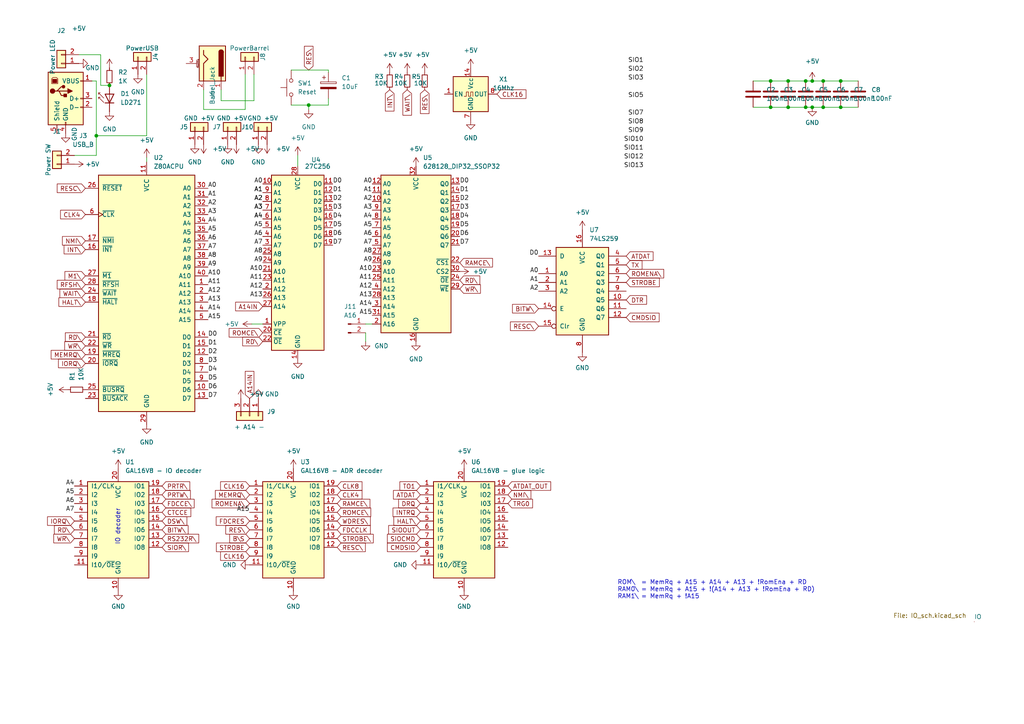
<source format=kicad_sch>
(kicad_sch (version 20231120) (generator "eeschema") (generator_version "8.0")
  (paper "A4")
  (lib_symbols
    (symbol "74xx:74LS259" (pin_names (offset 1.016))
      (property "Reference" "U" (at -7.62 13.97 0))
      (property "Value" "74LS259" (at -7.62 -13.97 0))
      (symbol "74LS259_1_0"
        (pin input line (at -12.7 5.08 0) (length 5.08) (name "A0") (number "1"))
        (pin output line (at 12.7 -2.54 180) (length 5.08) (name "Q5") (number "10"))
        (pin output line (at 12.7 -5.08 180) (length 5.08) (name "Q6") (number "11"))
        (pin output line (at 12.7 -7.62 180) (length 5.08) (name "Q7") (number "12"))
        (pin input line (at -12.7 10.16 0) (length 5.08) (name "D") (number "13"))
        (pin input inverted (at -12.7 -5.08 0) (length 5.08) (name "E") (number "14"))
        (pin input inverted (at -12.7 -10.16 0) (length 5.08) (name "Clr") (number "15"))
        (pin power_in line (at 0 17.78 270) (length 5.08) (name "VCC") (number "16"))
        (pin input line (at -12.7 2.54 0) (length 5.08) (name "A1") (number "2"))
        (pin input line (at -12.7 0 0) (length 5.08) (name "A2") (number "3"))
        (pin output line (at 12.7 10.16 180) (length 5.08) (name "Q0") (number "4"))
        (pin output line (at 12.7 7.62 180) (length 5.08) (name "Q1") (number "5"))
        (pin output line (at 12.7 5.08 180) (length 5.08) (name "Q2") (number "6"))
        (pin output line (at 12.7 2.54 180) (length 5.08) (name "Q3") (number "7"))
        (pin power_in line (at 0 -17.78 90) (length 5.08) (name "GND") (number "8"))
        (pin output line (at 12.7 0 180) (length 5.08) (name "Q4") (number "9"))
      )
      (symbol "74LS259_1_1"
        (rectangle (start -7.62 12.7) (end 7.62 -12.7) (stroke (width 0.254)) (fill (type background)))
      )
    )
    (symbol "AtariXL:Conn_01x02_Male" (pin_names (offset 1.016) hide)
      (property "Reference" "J" (at 0 2.54 0))
      (property "Value" "Conn_01x02_Male" (at 0 -5.08 0))
      (symbol "Conn_01x02_Male_1_1"
        (polyline (pts (xy 1.27 -2.54) (xy 0.8636 -2.54)) (stroke (width 0.1524)))
        (polyline (pts (xy 1.27 0) (xy 0.8636 0)) (stroke (width 0.1524)))
        (rectangle (start 0.8636 -2.413) (end 0 -2.667) (stroke (width 0.1524)) (fill (type outline)))
        (rectangle (start 0.8636 0.127) (end 0 -0.127) (stroke (width 0.1524)) (fill (type outline)))
        (pin passive line (at 5.08 0 180) (length 3.81) (name "Pin_1") (number "1"))
        (pin passive line (at 5.08 -2.54 180) (length 3.81) (name "Pin_2") (number "2"))
      )
    )
    (symbol "CPU:Z80CPU" (pin_names (offset 1.016))
      (property "Reference" "U" (at -13.97 35.56 0))
      (property "Value" "Z80CPU" (at 6.35 35.56 0))
      (symbol "Z80CPU_0_1"
        (rectangle (start -13.97 34.29) (end 13.97 -34.29) (stroke (width 0.254)) (fill (type background)))
      )
      (symbol "Z80CPU_1_1"
        (pin output line (at 17.78 2.54 180) (length 3.81) (name "A11") (number "1"))
        (pin bidirectional line (at 17.78 -27.94 180) (length 3.81) (name "D6") (number "10"))
        (pin power_in line (at 0 38.1 270) (length 3.81) (name "VCC") (number "11"))
        (pin bidirectional line (at 17.78 -17.78 180) (length 3.81) (name "D2") (number "12"))
        (pin bidirectional line (at 17.78 -30.48 180) (length 3.81) (name "D7") (number "13"))
        (pin bidirectional line (at 17.78 -12.7 180) (length 3.81) (name "D0") (number "14"))
        (pin bidirectional line (at 17.78 -15.24 180) (length 3.81) (name "D1") (number "15"))
        (pin input line (at -17.78 12.7 0) (length 3.81) (name "~{INT}") (number "16"))
        (pin input line (at -17.78 15.24 0) (length 3.81) (name "~{NMI}") (number "17"))
        (pin output line (at -17.78 -2.54 0) (length 3.81) (name "~{HALT}") (number "18"))
        (pin output line (at -17.78 -17.78 0) (length 3.81) (name "~{MREQ}") (number "19"))
        (pin output line (at 17.78 0 180) (length 3.81) (name "A12") (number "2"))
        (pin output line (at -17.78 -20.32 0) (length 3.81) (name "~{IORQ}") (number "20"))
        (pin output line (at -17.78 -12.7 0) (length 3.81) (name "~{RD}") (number "21"))
        (pin output line (at -17.78 -15.24 0) (length 3.81) (name "~{WR}") (number "22"))
        (pin output line (at -17.78 -30.48 0) (length 3.81) (name "~{BUSACK}") (number "23"))
        (pin input line (at -17.78 0 0) (length 3.81) (name "~{WAIT}") (number "24"))
        (pin input line (at -17.78 -27.94 0) (length 3.81) (name "~{BUSRQ}") (number "25"))
        (pin input line (at -17.78 30.48 0) (length 3.81) (name "~{RESET}") (number "26"))
        (pin output line (at -17.78 5.08 0) (length 3.81) (name "~{M1}") (number "27"))
        (pin output line (at -17.78 2.54 0) (length 3.81) (name "~{RFSH}") (number "28"))
        (pin power_in line (at 0 -38.1 90) (length 3.81) (name "GND") (number "29"))
        (pin output line (at 17.78 -2.54 180) (length 3.81) (name "A13") (number "3"))
        (pin output line (at 17.78 30.48 180) (length 3.81) (name "A0") (number "30"))
        (pin output line (at 17.78 27.94 180) (length 3.81) (name "A1") (number "31"))
        (pin output line (at 17.78 25.4 180) (length 3.81) (name "A2") (number "32"))
        (pin output line (at 17.78 22.86 180) (length 3.81) (name "A3") (number "33"))
        (pin output line (at 17.78 20.32 180) (length 3.81) (name "A4") (number "34"))
        (pin output line (at 17.78 17.78 180) (length 3.81) (name "A5") (number "35"))
        (pin output line (at 17.78 15.24 180) (length 3.81) (name "A6") (number "36"))
        (pin output line (at 17.78 12.7 180) (length 3.81) (name "A7") (number "37"))
        (pin output line (at 17.78 10.16 180) (length 3.81) (name "A8") (number "38"))
        (pin output line (at 17.78 7.62 180) (length 3.81) (name "A9") (number "39"))
        (pin output line (at 17.78 -5.08 180) (length 3.81) (name "A14") (number "4"))
        (pin output line (at 17.78 5.08 180) (length 3.81) (name "A10") (number "40"))
        (pin output line (at 17.78 -7.62 180) (length 3.81) (name "A15") (number "5"))
        (pin input clock (at -17.78 22.86 0) (length 3.81) (name "~{CLK}") (number "6"))
        (pin bidirectional line (at 17.78 -22.86 180) (length 3.81) (name "D4") (number "7"))
        (pin bidirectional line (at 17.78 -20.32 180) (length 3.81) (name "D3") (number "8"))
        (pin bidirectional line (at 17.78 -25.4 180) (length 3.81) (name "D5") (number "9"))
      )
    )
    (symbol "Connector:Barrel_Jack_MountingPin" (pin_names hide)
      (property "Reference" "J4" (at 8.89 0 0))
      (property "Value" "Barrel_Jack" (at 6.35 0 0))
      (symbol "Barrel_Jack_MountingPin_0_1"
        (rectangle (start -5.08 3.81) (end 5.08 -3.81) (stroke (width 0.254)) (fill (type background)))
        (arc (start -3.302 3.175) (mid -3.9342 2.54) (end -3.302 1.905) (stroke (width 0.254)))
        (arc (start -3.302 3.175) (mid -3.9342 2.54) (end -3.302 1.905) (stroke (width 0.254)) (fill (type outline)))
        (polyline (pts (xy 5.08 2.54) (xy 3.81 2.54)) (stroke (width 0.254)))
        (polyline (pts (xy -3.81 -2.54) (xy -2.54 -2.54) (xy -1.27 -1.27) (xy 0 -2.54) (xy 2.54 -2.54) (xy 5.08 -2.54)) (stroke (width 0.254)))
        (rectangle (start 3.683 3.175) (end -3.302 1.905) (stroke (width 0.254)) (fill (type outline)))
      )
      (symbol "Barrel_Jack_MountingPin_1_1"
        (polyline (pts (xy -1.016 -4.572) (xy 1.016 -4.572)) (stroke (width 0.1524)))
        (text "Mounting" (at 0 -4.191 0) (effects (font (size 0.381 0.381))))
        (pin passive line (at 7.62 2.54 180) (length 2.54) (name "~") (number "1"))
        (pin passive line (at 7.62 -2.54 180) (length 2.54) (name "~") (number "2"))
        (pin passive line (at 0 -7.62 90) (length 3.048) (name "MountPin") (number "3"))
      )
    )
    (symbol "Connector:USB_B" (pin_names (offset 1.016))
      (property "Reference" "J" (at -5.08 11.43 0))
      (property "Value" "USB_B" (at -5.08 8.89 0))
      (symbol "USB_B_0_1"
        (rectangle (start -5.08 -7.62) (end 5.08 7.62) (stroke (width 0.254)) (fill (type background)))
        (circle (center -3.81 2.159) (radius 0.635) (stroke (width 0.254)) (fill (type outline)))
        (rectangle (start -3.81 5.588) (end -2.54 4.572) (fill (type outline)))
        (circle (center -0.635 3.429) (radius 0.381) (stroke (width 0.254)) (fill (type outline)))
        (rectangle (start -0.127 -7.62) (end 0.127 -6.858))
        (polyline (pts (xy -1.905 2.159) (xy 0.635 2.159)) (stroke (width 0.254)))
        (polyline (pts (xy -3.175 2.159) (xy -2.54 2.159) (xy -1.27 3.429) (xy -0.635 3.429)) (stroke (width 0.254)))
        (polyline (pts (xy -2.54 2.159) (xy -1.905 2.159) (xy -1.27 0.889) (xy 0 0.889)) (stroke (width 0.254)))
        (polyline (pts (xy 0.635 2.794) (xy 0.635 1.524) (xy 1.905 2.159) (xy 0.635 2.794)) (stroke (width 0.254)) (fill (type outline)))
        (polyline (pts (xy -4.064 4.318) (xy -2.286 4.318) (xy -2.286 5.715) (xy -2.667 6.096) (xy -3.683 6.096) (xy -4.064 5.715) (xy -4.064 4.318)))
        (rectangle (start 0.254 1.27) (end -0.508 0.508) (stroke (width 0.254)) (fill (type outline)))
        (rectangle (start 5.08 -2.667) (end 4.318 -2.413))
        (rectangle (start 5.08 -0.127) (end 4.318 0.127))
        (rectangle (start 5.08 4.953) (end 4.318 5.207))
      )
      (symbol "USB_B_1_1"
        (pin power_out line (at 7.62 5.08 180) (length 2.54) (name "VBUS") (number "1"))
        (pin bidirectional line (at 7.62 -2.54 180) (length 2.54) (name "D-") (number "2"))
        (pin bidirectional line (at 7.62 0 180) (length 2.54) (name "D+") (number "3"))
        (pin power_out line (at 0 -10.16 90) (length 2.54) (name "GND") (number "4"))
        (pin passive line (at -2.54 -10.16 90) (length 2.54) (name "Shield") (number "5"))
      )
    )
    (symbol "Connector_Generic:Conn_01x02" (pin_names (offset 1.016) hide)
      (property "Reference" "J" (at 0 2.54 0))
      (property "Value" "Conn_01x02" (at 0 -5.08 0))
      (symbol "Conn_01x02_1_1"
        (rectangle (start -1.27 -2.413) (end 0 -2.667) (stroke (width 0.1524)))
        (rectangle (start -1.27 0.127) (end 0 -0.127) (stroke (width 0.1524)))
        (rectangle (start -1.27 1.27) (end 1.27 -3.81) (stroke (width 0.254)) (fill (type background)))
        (pin passive line (at -5.08 0 0) (length 3.81) (name "Pin_1") (number "1"))
        (pin passive line (at -5.08 -2.54 0) (length 3.81) (name "Pin_2") (number "2"))
      )
    )
    (symbol "Connector_Generic:Conn_01x03" (pin_names (offset 1.016) hide)
      (property "Reference" "J" (at 0 5.08 0))
      (property "Value" "Conn_01x03" (at 0 -5.08 0))
      (symbol "Conn_01x03_1_1"
        (rectangle (start -1.27 -2.413) (end 0 -2.667) (stroke (width 0.1524)))
        (rectangle (start -1.27 0.127) (end 0 -0.127) (stroke (width 0.1524)))
        (rectangle (start -1.27 2.667) (end 0 2.413) (stroke (width 0.1524)))
        (rectangle (start -1.27 3.81) (end 1.27 -3.81) (stroke (width 0.254)) (fill (type background)))
        (pin passive line (at -5.08 2.54 0) (length 3.81) (name "Pin_1") (number "1"))
        (pin passive line (at -5.08 0 0) (length 3.81) (name "Pin_2") (number "2"))
        (pin passive line (at -5.08 -2.54 0) (length 3.81) (name "Pin_3") (number "3"))
      )
    )
    (symbol "Device:C" (pin_numbers hide) (pin_names (offset 0.254))
      (property "Reference" "C" (at 0.635 2.54 0))
      (property "Value" "C" (at 0.635 -2.54 0))
      (symbol "C_0_1"
        (polyline (pts (xy -2.032 -0.762) (xy 2.032 -0.762)) (stroke (width 0.508)))
        (polyline (pts (xy -2.032 0.762) (xy 2.032 0.762)) (stroke (width 0.508)))
      )
      (symbol "C_1_1"
        (pin passive line (at 0 3.81 270) (length 2.794) (name "~") (number "1"))
        (pin passive line (at 0 -3.81 90) (length 2.794) (name "~") (number "2"))
      )
    )
    (symbol "Device:C_Polarized" (pin_numbers hide) (pin_names (offset 0.254))
      (property "Reference" "C" (at 0.635 2.54 0))
      (property "Value" "C_Polarized" (at 0.635 -2.54 0))
      (symbol "C_Polarized_0_1"
        (rectangle (start -2.286 0.508) (end 2.286 1.016))
        (polyline (pts (xy -1.778 2.286) (xy -0.762 2.286)))
        (polyline (pts (xy -1.27 2.794) (xy -1.27 1.778)))
        (rectangle (start 2.286 -0.508) (end -2.286 -1.016) (fill (type outline)))
      )
      (symbol "C_Polarized_1_1"
        (pin passive line (at 0 3.81 270) (length 2.794) (name "~") (number "1"))
        (pin passive line (at 0 -3.81 90) (length 2.794) (name "~") (number "2"))
      )
    )
    (symbol "Device:R_Small" (pin_numbers hide) (pin_names (offset 0.254) hide)
      (property "Reference" "R" (at 0.762 0.508 0))
      (property "Value" "R_Small" (at 0.762 -1.016 0))
      (symbol "R_Small_0_1"
        (rectangle (start -0.762 1.778) (end 0.762 -1.778) (stroke (width 0.2032)))
      )
      (symbol "R_Small_1_1"
        (pin passive line (at 0 2.54 270) (length 0.762) (name "~") (number "1"))
        (pin passive line (at 0 -2.54 90) (length 0.762) (name "~") (number "2"))
      )
    )
    (symbol "LED:LD271" (pin_numbers hide) (pin_names (offset 1.016) hide)
      (property "Reference" "D" (at 0.508 1.778 0))
      (property "Value" "LD271" (at -1.016 -2.794 0))
      (symbol "LD271_0_1"
        (polyline (pts (xy -2.54 1.27) (xy -2.54 -1.27)) (stroke (width 0.254)))
        (polyline (pts (xy 0 0) (xy -2.54 0)))
        (polyline (pts (xy 0.381 3.175) (xy -0.127 3.175)))
        (polyline (pts (xy -1.143 1.651) (xy 0.381 3.175) (xy 0.381 2.667)))
        (polyline (pts (xy 0 -1.27) (xy -2.54 0) (xy 0 1.27) (xy 0 -1.27)) (stroke (width 0.254)))
        (polyline (pts (xy -2.413 1.651) (xy -0.889 3.175) (xy -0.889 2.667) (xy -0.889 3.175) (xy -1.397 3.175)))
      )
      (symbol "LD271_1_1"
        (pin passive line (at -5.08 0 0) (length 2.54) (name "K") (number "1"))
        (pin passive line (at 2.54 0 180) (length 2.54) (name "A") (number "2"))
      )
    )
    (symbol "Logic_Programmable:GAL16V8" (pin_names (offset 1.016))
      (property "Reference" "U" (at -8.89 16.51 0))
      (property "Value" "GAL16V8" (at 1.27 16.51 0))
      (symbol "GAL16V8_0_0"
        (pin power_in line (at 0 -17.78 90) (length 3.81) (name "GND") (number "10"))
        (pin power_in line (at 0 17.78 270) (length 3.81) (name "VCC") (number "20"))
      )
      (symbol "GAL16V8_0_1"
        (rectangle (start -8.89 13.97) (end 8.89 -13.97) (stroke (width 0.254)) (fill (type background)))
      )
      (symbol "GAL16V8_1_1"
        (pin input line (at -12.7 12.7 0) (length 3.81) (name "I1/CLK") (number "1"))
        (pin input line (at -12.7 -10.16 0) (length 3.81) (name "I10/~{OE}") (number "11"))
        (pin tri_state line (at 12.7 -5.08 180) (length 3.81) (name "IO8") (number "12"))
        (pin tri_state line (at 12.7 -2.54 180) (length 3.81) (name "IO7") (number "13"))
        (pin tri_state line (at 12.7 0 180) (length 3.81) (name "IO6") (number "14"))
        (pin tri_state line (at 12.7 2.54 180) (length 3.81) (name "IO5") (number "15"))
        (pin tri_state line (at 12.7 5.08 180) (length 3.81) (name "IO4") (number "16"))
        (pin tri_state line (at 12.7 7.62 180) (length 3.81) (name "I03") (number "17"))
        (pin tri_state line (at 12.7 10.16 180) (length 3.81) (name "IO2") (number "18"))
        (pin tri_state line (at 12.7 12.7 180) (length 3.81) (name "IO1") (number "19"))
        (pin input line (at -12.7 10.16 0) (length 3.81) (name "I2") (number "2"))
        (pin input line (at -12.7 7.62 0) (length 3.81) (name "I3") (number "3"))
        (pin input line (at -12.7 5.08 0) (length 3.81) (name "I4") (number "4"))
        (pin input line (at -12.7 2.54 0) (length 3.81) (name "I5") (number "5"))
        (pin input line (at -12.7 0 0) (length 3.81) (name "I6") (number "6"))
        (pin input line (at -12.7 -2.54 0) (length 3.81) (name "I7") (number "7"))
        (pin input line (at -12.7 -5.08 0) (length 3.81) (name "I8") (number "8"))
        (pin input line (at -12.7 -7.62 0) (length 3.81) (name "I9") (number "9"))
      )
    )
    (symbol "Memory_EPROM:27C256"
      (property "Reference" "U" (at -7.62 26.67 0))
      (property "Value" "27C256" (at 2.54 -26.67 0))
      (symbol "27C256_1_1"
        (rectangle (start -7.62 25.4) (end 7.62 -25.4) (stroke (width 0.254)) (fill (type background)))
        (pin input line (at -10.16 -17.78 0) (length 2.54) (name "VPP") (number "1"))
        (pin input line (at -10.16 22.86 0) (length 2.54) (name "A0") (number "10"))
        (pin tri_state line (at 10.16 22.86 180) (length 2.54) (name "D0") (number "11"))
        (pin tri_state line (at 10.16 20.32 180) (length 2.54) (name "D1") (number "12"))
        (pin tri_state line (at 10.16 17.78 180) (length 2.54) (name "D2") (number "13"))
        (pin power_in line (at 0 -27.94 90) (length 2.54) (name "GND") (number "14"))
        (pin tri_state line (at 10.16 15.24 180) (length 2.54) (name "D3") (number "15"))
        (pin tri_state line (at 10.16 12.7 180) (length 2.54) (name "D4") (number "16"))
        (pin tri_state line (at 10.16 10.16 180) (length 2.54) (name "D5") (number "17"))
        (pin tri_state line (at 10.16 7.62 180) (length 2.54) (name "D6") (number "18"))
        (pin tri_state line (at 10.16 5.08 180) (length 2.54) (name "D7") (number "19"))
        (pin input line (at -10.16 -7.62 0) (length 2.54) (name "A12") (number "2"))
        (pin input line (at -10.16 -20.32 0) (length 2.54) (name "~{CE}") (number "20"))
        (pin input line (at -10.16 -2.54 0) (length 2.54) (name "A10") (number "21"))
        (pin input line (at -10.16 -22.86 0) (length 2.54) (name "~{OE}") (number "22"))
        (pin input line (at -10.16 -5.08 0) (length 2.54) (name "A11") (number "23"))
        (pin input line (at -10.16 0 0) (length 2.54) (name "A9") (number "24"))
        (pin input line (at -10.16 2.54 0) (length 2.54) (name "A8") (number "25"))
        (pin input line (at -10.16 -10.16 0) (length 2.54) (name "A13") (number "26"))
        (pin input line (at -10.16 -12.7 0) (length 2.54) (name "A14") (number "27"))
        (pin power_in line (at 0 27.94 270) (length 2.54) (name "VCC") (number "28"))
        (pin input line (at -10.16 5.08 0) (length 2.54) (name "A7") (number "3"))
        (pin input line (at -10.16 7.62 0) (length 2.54) (name "A6") (number "4"))
        (pin input line (at -10.16 10.16 0) (length 2.54) (name "A5") (number "5"))
        (pin input line (at -10.16 12.7 0) (length 2.54) (name "A4") (number "6"))
        (pin input line (at -10.16 15.24 0) (length 2.54) (name "A3") (number "7"))
        (pin input line (at -10.16 17.78 0) (length 2.54) (name "A2") (number "8"))
        (pin input line (at -10.16 20.32 0) (length 2.54) (name "A1") (number "9"))
      )
    )
    (symbol "Memory_RAM:628128_DIP32_SSOP32"
      (property "Reference" "U" (at -10.16 23.495 0))
      (property "Value" "628128_DIP32_SSOP32" (at 2.54 23.495 0))
      (symbol "628128_DIP32_SSOP32_0_0"
        (pin power_in line (at 0 -25.4 90) (length 2.54) (name "GND") (number "16"))
        (pin power_in line (at 0 25.4 270) (length 2.54) (name "VCC") (number "32"))
      )
      (symbol "628128_DIP32_SSOP32_0_1"
        (rectangle (start -10.16 22.86) (end 10.16 -22.86) (stroke (width 0.254)) (fill (type background)))
      )
      (symbol "628128_DIP32_SSOP32_1_1"
        (pin no_connect line (at 10.16 -20.32 180) (length 2.54) hide (name "NC") (number "1"))
        (pin input line (at -12.7 15.24 0) (length 2.54) (name "A2") (number "10"))
        (pin input line (at -12.7 17.78 0) (length 2.54) (name "A1") (number "11"))
        (pin input line (at -12.7 20.32 0) (length 2.54) (name "A0") (number "12"))
        (pin tri_state line (at 12.7 20.32 180) (length 2.54) (name "Q0") (number "13"))
        (pin tri_state line (at 12.7 17.78 180) (length 2.54) (name "Q1") (number "14"))
        (pin tri_state line (at 12.7 15.24 180) (length 2.54) (name "Q2") (number "15"))
        (pin tri_state line (at 12.7 12.7 180) (length 2.54) (name "Q3") (number "17"))
        (pin tri_state line (at 12.7 10.16 180) (length 2.54) (name "Q4") (number "18"))
        (pin tri_state line (at 12.7 7.62 180) (length 2.54) (name "Q5") (number "19"))
        (pin input line (at -12.7 -20.32 0) (length 2.54) (name "A16") (number "2"))
        (pin tri_state line (at 12.7 5.08 180) (length 2.54) (name "Q6") (number "20"))
        (pin tri_state line (at 12.7 2.54 180) (length 2.54) (name "Q7") (number "21"))
        (pin input line (at 12.7 -2.54 180) (length 2.54) (name "~{CS1}") (number "22"))
        (pin input line (at -12.7 -5.08 0) (length 2.54) (name "A10") (number "23"))
        (pin input line (at 12.7 -7.62 180) (length 2.54) (name "~{OE}") (number "24"))
        (pin input line (at -12.7 -7.62 0) (length 2.54) (name "A11") (number "25"))
        (pin input line (at -12.7 -2.54 0) (length 2.54) (name "A9") (number "26"))
        (pin input line (at -12.7 0 0) (length 2.54) (name "A8") (number "27"))
        (pin input line (at -12.7 -12.7 0) (length 2.54) (name "A13") (number "28"))
        (pin input line (at 12.7 -10.16 180) (length 2.54) (name "~{WE}") (number "29"))
        (pin input line (at -12.7 -15.24 0) (length 2.54) (name "A14") (number "3"))
        (pin input line (at 12.7 -5.08 180) (length 2.54) (name "CS2") (number "30"))
        (pin input line (at -12.7 -17.78 0) (length 2.54) (name "A15") (number "31"))
        (pin input line (at -12.7 -10.16 0) (length 2.54) (name "A12") (number "4"))
        (pin input line (at -12.7 2.54 0) (length 2.54) (name "A7") (number "5"))
        (pin input line (at -12.7 5.08 0) (length 2.54) (name "A6") (number "6"))
        (pin input line (at -12.7 7.62 0) (length 2.54) (name "A5") (number "7"))
        (pin input line (at -12.7 10.16 0) (length 2.54) (name "A4") (number "8"))
        (pin input line (at -12.7 12.7 0) (length 2.54) (name "A3") (number "9"))
      )
    )
    (symbol "Oscillator:GTXO-14T" (pin_names (offset 0.254))
      (property "Reference" "X" (at -5.08 6.35 0))
      (property "Value" "GTXO-14T" (at 1.27 -6.35 0))
      (symbol "GTXO-14T_0_1"
        (rectangle (start -5.08 5.08) (end 5.08 -5.08) (stroke (width 0.254)) (fill (type background)))
        (polyline (pts (xy -1.905 -0.635) (xy -1.27 -0.635) (xy -1.27 0.635) (xy -0.635 0.635) (xy -0.635 -0.635) (xy 0 -0.635) (xy 0 0.635) (xy 0.635 0.635) (xy 0.635 -0.635)))
      )
      (symbol "GTXO-14T_1_1"
        (pin input line (at -7.62 0 0) (length 2.54) (name "EN") (number "1"))
        (pin power_in line (at 0 7.62 270) (length 2.54) (name "Vcc") (number "14"))
        (pin power_in line (at 0 -7.62 90) (length 2.54) (name "GND") (number "7"))
        (pin output line (at 7.62 0 180) (length 2.54) (name "OUT") (number "8"))
      )
    )
    (symbol "Switch:SW_Push" (pin_numbers hide) (pin_names (offset 1.016) hide)
      (property "Reference" "SW" (at 1.27 2.54 0))
      (property "Value" "SW_Push" (at 0 -1.524 0))
      (symbol "SW_Push_0_1"
        (circle (center -2.032 0) (radius 0.508))
        (polyline (pts (xy 0 1.27) (xy 0 3.048)))
        (polyline (pts (xy 2.54 1.27) (xy -2.54 1.27)))
        (circle (center 2.032 0) (radius 0.508))
        (pin passive line (at -5.08 0 0) (length 2.54) (name "1") (number "1"))
        (pin passive line (at 5.08 0 180) (length 2.54) (name "2") (number "2"))
      )
    )
    (symbol "power:+5V" (power) (pin_names (offset 0))
      (property "Value" "+5V" (at 0 3.556 0))
      (symbol "+5V_0_1"
        (polyline (pts (xy -0.762 1.27) (xy 0 2.54)))
        (polyline (pts (xy 0 0) (xy 0 2.54)))
        (polyline (pts (xy 0 2.54) (xy 0.762 1.27)))
      )
      (symbol "+5V_1_1"
        (pin power_in line (at 0 0 90) (length 0) hide (name "+5V") (number "1"))
      )
    )
    (symbol "power:GND" (power) (pin_names (offset 0))
      (property "Value" "GND" (at 0 -3.81 0))
      (symbol "GND_0_1"
        (polyline (pts (xy 0 0) (xy 0 -1.27) (xy 1.27 -1.27) (xy 0 -2.54) (xy -1.27 -1.27) (xy 0 -1.27)))
      )
      (symbol "GND_1_1"
        (pin power_in line (at 0 0 270) (length 0) hide (name "GND") (number "1"))
      )
    )
  )
  (junction (at 235.585 31.115))
  (junction (at 223.52 23.495))
  (junction (at 243.84 23.495))
  (junction (at 223.52 31.115))
  (junction (at 238.76 31.115))
  (junction (at 238.76 23.495))
  (junction (at 233.68 31.115))
  (junction (at 228.6 23.495))
  (junction (at 27.94 39.37))
  (junction (at 243.84 31.115))
  (junction (at 89.535 30.48))
  (junction (at 228.6 31.115))
  (junction (at 233.68 23.495))
  (junction (at 235.585 23.495))
  (junction (at 31.75 24.765))
  (wire (pts (xy 95.25 20.32) (xy 95.25 20.955)))
  (wire (pts (xy 243.84 31.115) (xy 248.92 31.115)))
  (wire (pts (xy 223.52 31.115) (xy 228.6 31.115)))
  (wire (pts (xy 238.76 31.115) (xy 243.84 31.115)))
  (wire (pts (xy 42.545 21.59) (xy 42.545 39.37)))
  (wire (pts (xy 243.84 23.495) (xy 248.92 23.495)))
  (wire (pts (xy 228.6 31.115) (xy 233.68 31.115)))
  (wire (pts (xy 26.67 23.495) (xy 27.94 23.495)))
  (wire (pts (xy 235.585 23.495) (xy 238.76 23.495)))
  (wire (pts (xy 86.36 45.085) (xy 86.36 48.26)))
  (wire (pts (xy 73.025 93.98) (xy 76.2 93.98)))
  (wire (pts (xy 223.52 23.495) (xy 228.6 23.495)))
  (wire (pts (xy 21.59 45.085) (xy 27.94 45.085)))
  (wire (pts (xy 89.535 30.48) (xy 89.535 31.75)))
  (wire (pts (xy 73.66 29.21) (xy 73.66 21.59)))
  (wire (pts (xy 29.21 24.765) (xy 31.75 24.765)))
  (wire (pts (xy 29.21 15.875) (xy 29.21 24.765)))
  (wire (pts (xy 228.6 23.495) (xy 233.68 23.495)))
  (wire (pts (xy 59.055 26.035) (xy 59.055 31.75)))
  (wire (pts (xy 27.94 23.495) (xy 27.94 39.37)))
  (wire (pts (xy 84.455 30.48) (xy 89.535 30.48)))
  (wire (pts (xy 235.585 31.115) (xy 238.76 31.115)))
  (wire (pts (xy 233.68 31.115) (xy 235.585 31.115)))
  (wire (pts (xy 27.94 39.37) (xy 27.94 45.085)))
  (wire (pts (xy 84.455 20.32) (xy 95.25 20.32)))
  (wire (pts (xy 71.12 31.75) (xy 71.12 21.59)))
  (wire (pts (xy 89.535 30.48) (xy 95.25 30.48)))
  (wire (pts (xy 64.135 26.035) (xy 64.135 29.21)))
  (wire (pts (xy 95.25 28.575) (xy 95.25 30.48)))
  (wire (pts (xy 233.68 23.495) (xy 235.585 23.495)))
  (wire (pts (xy 64.135 29.21) (xy 73.66 29.21)))
  (wire (pts (xy 106.045 96.52) (xy 106.045 99.06)))
  (wire (pts (xy 238.76 23.495) (xy 243.84 23.495)))
  (wire (pts (xy 27.94 39.37) (xy 42.545 39.37)))
  (wire (pts (xy 29.21 15.875) (xy 22.86 15.875)))
  (wire (pts (xy 106.045 93.98) (xy 107.95 93.98)))
  (wire (pts (xy 218.44 23.495) (xy 223.52 23.495)))
  (wire (pts (xy 218.44 31.115) (xy 223.52 31.115)))
  (wire (pts (xy 42.545 45.72) (xy 42.545 46.99)))
  (wire (pts (xy 59.055 31.75) (xy 71.12 31.75)))
  (text "ROM\\  = MemRq + A15 + A14 + A13 + !RomEna + RD\nRAM0\\ = MemRq + A15 + !(A14 + A13 + !RomEna + RD)\nRAM1\\ = MemRq + !A15\n\n" (at 179.07 175.895 0) (effects (font (size 1.27 1.27)) (justify left bottom)))
  (text "IO decoder" (at 34.925 158.115 90) (effects (font (size 1.27 1.27)) (justify left bottom)))
  (label "D2" (at 60.325 102.87 0))
  (label "D7" (at 60.325 115.57 0))
  (label "D3" (at 96.52 60.96 0))
  (label "A4" (at 60.325 64.77 0))
  (label "A5" (at 60.325 67.31 0))
  (label "D4" (at 60.325 107.95 0))
  (label "A10" (at 60.325 80.01 0))
  (label "A13" (at 60.325 87.63 0))
  (label "A15" (at 107.95 91.44 180))
  (label "D1" (at 133.35 55.88 0))
  (label "A0" (at 76.2 53.34 180))
  (label "D5" (at 96.52 66.04 0))
  (label "A7" (at 21.59 148.59 180))
  (label "A7" (at 76.2 71.12 180))
  (label "A8" (at 107.95 73.66 180))
  (label "A8" (at 76.2 73.66 180))
  (label "D2" (at 133.35 58.42 0))
  (label "D3" (at 133.35 60.96 0))
  (label "A8" (at 60.325 74.93 0))
  (label "SIO9" (at 186.69 38.735 180))
  (label "A1" (at 76.2 55.88 180))
  (label "A2" (at 76.2 58.42 180))
  (label "A12" (at 107.95 83.82 180))
  (label "D0" (at 156.21 74.295 180))
  (label "A1" (at 76.2 55.88 180))
  (label "A6" (at 107.95 68.58 180))
  (label "A0" (at 60.325 54.61 0))
  (label "D7" (at 96.52 71.12 0))
  (label "A4" (at 76.2 63.5 180))
  (label "D7" (at 133.35 71.12 0))
  (label "D6" (at 133.35 68.58 0))
  (label "A6" (at 60.325 69.85 0))
  (label "A1" (at 107.95 55.88 180))
  (label "A11" (at 107.95 81.28 180))
  (label "A2" (at 76.2 58.42 180))
  (label "A15" (at 72.39 148.59 180))
  (label "SIO10" (at 186.69 41.275 180))
  (label "A13" (at 76.2 86.36 180))
  (label "SIO2" (at 186.69 20.955 180))
  (label "D0" (at 60.325 97.79 0))
  (label "A7" (at 107.95 71.12 180))
  (label "A15" (at 60.325 92.71 0))
  (label "D1" (at 96.52 55.88 0))
  (label "A10" (at 107.95 78.74 180))
  (label "D6" (at 60.325 113.03 0))
  (label "SIO8" (at 186.69 36.195 180))
  (label "A4" (at 76.2 63.5 180))
  (label "A1" (at 156.21 81.915 180))
  (label "SIO12" (at 186.69 46.355 180))
  (label "D3" (at 60.325 105.41 0))
  (label "A0" (at 107.95 53.34 180))
  (label "A2" (at 156.21 84.455 180))
  (label "A0" (at 156.21 79.375 180))
  (label "D4" (at 133.35 63.5 0))
  (label "A4" (at 21.59 140.97 180))
  (label "A6" (at 76.2 68.58 180))
  (label "A10" (at 76.2 78.74 180))
  (label "A3" (at 76.2 60.96 180))
  (label "SIO13" (at 186.69 48.895 180))
  (label "A9" (at 76.2 76.2 180))
  (label "A5" (at 76.2 66.04 180))
  (label "A3" (at 76.2 60.96 180))
  (label "A9" (at 60.325 77.47 0))
  (label "A9" (at 107.95 76.2 180))
  (label "D5" (at 133.35 66.04 0))
  (label "A1" (at 60.325 57.15 0))
  (label "D0" (at 96.52 53.34 0))
  (label "A3" (at 107.95 60.96 180))
  (label "SIO5" (at 186.69 28.575 180))
  (label "SIO11" (at 186.69 43.815 180))
  (label "SIO3" (at 186.69 23.495 180))
  (label "A5" (at 107.95 66.04 180))
  (label "A4" (at 107.95 63.5 180))
  (label "SIO1" (at 186.69 18.415 180))
  (label "D5" (at 60.325 110.49 0))
  (label "SIO7" (at 186.69 33.655 180))
  (label "A3" (at 60.325 62.23 0))
  (label "A12" (at 60.325 85.09 0))
  (label "A12" (at 76.2 83.82 180))
  (label "D4" (at 96.52 63.5 0))
  (label "A6" (at 21.59 146.05 180))
  (label "A14" (at 60.325 90.17 0))
  (label "A13" (at 107.95 86.36 180))
  (label "D1" (at 60.325 100.33 0))
  (label "A11" (at 76.2 81.28 180))
  (label "A14" (at 107.95 88.9 180))
  (label "D2" (at 96.52 58.42 0))
  (label "A2" (at 60.325 59.69 0))
  (label "A7" (at 60.325 72.39 0))
  (label "A2" (at 107.95 58.42 180))
  (label "A5" (at 21.59 143.51 180))
  (label "D0" (at 133.35 53.34 0))
  (label "D6" (at 96.52 68.58 0))
  (label "A11" (at 60.325 82.55 0))
  (global_label "RD\\" (shape input) (at 24.765 97.79 180) (property "Intersheetrefs" "${INTERSHEET_REFS}" (effects (hide yes))))
  (global_label "BITW\\" (shape input) (at 46.99 153.67 0) (property "Intersheetrefs" "${INTERSHEET_REFS}" (effects (hide yes))))
  (global_label "CLK8" (shape input) (at 97.79 140.97 0) (property "Intersheetrefs" "${INTERSHEET_REFS}" (effects (hide yes))))
  (global_label "DTR" (shape input) (at 181.61 86.995 0) (property "Intersheetrefs" "${INTERSHEET_REFS}" (effects (hide yes))))
  (global_label "TRG0" (shape input) (at 147.32 146.05 0) (property "Intersheetrefs" "${INTERSHEET_REFS}" (effects (hide yes))))
  (global_label "CTCCE" (shape input) (at 46.99 148.59 0) (property "Intersheetrefs" "${INTERSHEET_REFS}" (effects (hide yes))))
  (global_label "RESC\\" (shape input) (at 24.765 54.61 180) (property "Intersheetrefs" "${INTERSHEET_REFS}" (effects (hide yes))))
  (global_label "ROMENA\\" (shape input) (at 181.61 79.375 0) (property "Intersheetrefs" "${INTERSHEET_REFS}" (effects (hide yes))))
  (global_label "MEMRQ\\" (shape input) (at 24.765 102.87 180) (property "Intersheetrefs" "${INTERSHEET_REFS}" (effects (hide yes))))
  (global_label "A14IN" (shape input) (at 72.39 115.57 90) (property "Intersheetrefs" "${INTERSHEET_REFS}" (effects (hide yes))))
  (global_label "FDCCLK" (shape input) (at 97.79 153.67 0) (property "Intersheetrefs" "${INTERSHEET_REFS}" (effects (hide yes))))
  (global_label "TX" (shape input) (at 181.61 76.835 0) (property "Intersheetrefs" "${INTERSHEET_REFS}" (effects (hide yes))))
  (global_label "RS232R\\" (shape input) (at 46.99 156.21 0) (property "Intersheetrefs" "${INTERSHEET_REFS}" (effects (hide yes))))
  (global_label "WR\\" (shape input) (at 133.35 83.82 0) (property "Intersheetrefs" "${INTERSHEET_REFS}" (effects (hide yes))))
  (global_label "FDCRES" (shape input) (at 72.39 151.13 180) (property "Intersheetrefs" "${INTERSHEET_REFS}" (effects (hide yes))))
  (global_label "INTRQ" (shape input) (at 121.92 148.59 180) (property "Intersheetrefs" "${INTERSHEET_REFS}" (effects (hide yes))))
  (global_label "NMI\\" (shape input) (at 24.765 69.85 180) (property "Intersheetrefs" "${INTERSHEET_REFS}" (effects (hide yes))))
  (global_label "CMDSIO" (shape input) (at 181.61 92.075 0) (property "Intersheetrefs" "${INTERSHEET_REFS}" (effects (hide yes))))
  (global_label "WR\\" (shape input) (at 24.765 100.33 180) (property "Intersheetrefs" "${INTERSHEET_REFS}" (effects (hide yes))))
  (global_label "RESC\\" (shape input) (at 156.21 94.615 180) (property "Intersheetrefs" "${INTERSHEET_REFS}" (effects (hide yes))))
  (global_label "CLK16" (shape input) (at 72.39 140.97 180) (property "Intersheetrefs" "${INTERSHEET_REFS}" (effects (hide yes))))
  (global_label "DSW\\" (shape input) (at 46.99 151.13 0) (property "Intersheetrefs" "${INTERSHEET_REFS}" (effects (hide yes))))
  (global_label "ATDAT" (shape input) (at 121.92 143.51 180) (property "Intersheetrefs" "${INTERSHEET_REFS}" (effects (hide yes))))
  (global_label "RES\\" (shape input) (at 89.535 20.32 90) (property "Intersheetrefs" "${INTERSHEET_REFS}" (effects (hide yes))))
  (global_label "CLK16" (shape input) (at 144.145 27.305 0) (property "Intersheetrefs" "${INTERSHEET_REFS}" (effects (hide yes))))
  (global_label "SIOR\\" (shape input) (at 46.99 158.75 0) (property "Intersheetrefs" "${INTERSHEET_REFS}" (effects (hide yes))))
  (global_label "WDRES\\" (shape input) (at 97.79 151.13 0) (property "Intersheetrefs" "${INTERSHEET_REFS}" (effects (hide yes))))
  (global_label "RES\\" (shape input) (at 123.19 26.035 270) (property "Intersheetrefs" "${INTERSHEET_REFS}" (effects (hide yes))))
  (global_label "INT\\" (shape input) (at 24.765 72.39 180) (property "Intersheetrefs" "${INTERSHEET_REFS}" (effects (hide yes))))
  (global_label "RAMCE\\" (shape input) (at 97.79 146.05 0) (property "Intersheetrefs" "${INTERSHEET_REFS}" (effects (hide yes))))
  (global_label "BITW\\" (shape input) (at 156.21 89.535 180) (property "Intersheetrefs" "${INTERSHEET_REFS}" (effects (hide yes))))
  (global_label "RD\\" (shape input) (at 21.59 153.67 180) (property "Intersheetrefs" "${INTERSHEET_REFS}" (effects (hide yes))))
  (global_label "STROBE" (shape input) (at 181.61 81.915 0) (property "Intersheetrefs" "${INTERSHEET_REFS}" (effects (hide yes))))
  (global_label "WR\\" (shape input) (at 21.59 156.21 180) (property "Intersheetrefs" "${INTERSHEET_REFS}" (effects (hide yes))))
  (global_label "DRQ" (shape input) (at 121.92 146.05 180) (property "Intersheetrefs" "${INTERSHEET_REFS}" (effects (hide yes))))
  (global_label "RD\\" (shape input) (at 133.35 81.28 0) (property "Intersheetrefs" "${INTERSHEET_REFS}" (effects (hide yes))))
  (global_label "TO1" (shape input) (at 121.92 140.97 180) (property "Intersheetrefs" "${INTERSHEET_REFS}" (effects (hide yes))))
  (global_label "ATDAT_OUT" (shape input) (at 147.32 140.97 0) (property "Intersheetrefs" "${INTERSHEET_REFS}" (effects (hide yes))))
  (global_label "ROMCE\\" (shape input) (at 76.2 96.52 180) (property "Intersheetrefs" "${INTERSHEET_REFS}" (effects (hide yes))))
  (global_label "STROBE\\" (shape input) (at 97.79 156.21 0) (property "Intersheetrefs" "${INTERSHEET_REFS}" (effects (hide yes))))
  (global_label "B\\S" (shape input) (at 72.39 156.21 180) (property "Intersheetrefs" "${INTERSHEET_REFS}" (effects (hide yes))))
  (global_label "RD\\" (shape input) (at 76.2 99.06 180) (property "Intersheetrefs" "${INTERSHEET_REFS}" (effects (hide yes))))
  (global_label "HALT\\" (shape input) (at 121.92 151.13 180) (property "Intersheetrefs" "${INTERSHEET_REFS}" (effects (hide yes))))
  (global_label "CLK4" (shape input) (at 24.765 62.23 180) (property "Intersheetrefs" "${INTERSHEET_REFS}" (effects (hide yes))))
  (global_label "M1\\" (shape input) (at 24.765 80.01 180) (property "Intersheetrefs" "${INTERSHEET_REFS}" (effects (hide yes))))
  (global_label "PRTW\\" (shape input) (at 46.99 143.51 0) (property "Intersheetrefs" "${INTERSHEET_REFS}" (effects (hide yes))))
  (global_label "A14IN" (shape input) (at 76.2 88.9 180) (property "Intersheetrefs" "${INTERSHEET_REFS}" (effects (hide yes))))
  (global_label "SIOOUT" (shape input) (at 121.92 153.67 180) (property "Intersheetrefs" "${INTERSHEET_REFS}" (effects (hide yes))))
  (global_label "MEMRQ\\" (shape input) (at 72.39 143.51 180) (property "Intersheetrefs" "${INTERSHEET_REFS}" (effects (hide yes))))
  (global_label "STROBE" (shape input) (at 72.39 158.75 180) (property "Intersheetrefs" "${INTERSHEET_REFS}" (effects (hide yes))))
  (global_label "CLK4" (shape input) (at 97.79 143.51 0) (property "Intersheetrefs" "${INTERSHEET_REFS}" (effects (hide yes))))
  (global_label "RFSH\\" (shape input) (at 24.765 82.55 180) (property "Intersheetrefs" "${INTERSHEET_REFS}" (effects (hide yes))))
  (global_label "HALT\\" (shape input) (at 24.765 87.63 180) (property "Intersheetrefs" "${INTERSHEET_REFS}" (effects (hide yes))))
  (global_label "RAMCE\\" (shape input) (at 133.35 76.2 0) (property "Intersheetrefs" "${INTERSHEET_REFS}" (effects (hide yes))))
  (global_label "NMI\\" (shape input) (at 147.32 143.51 0) (property "Intersheetrefs" "${INTERSHEET_REFS}" (effects (hide yes))))
  (global_label "FDCCE\\" (shape input) (at 46.99 146.05 0) (property "Intersheetrefs" "${INTERSHEET_REFS}" (effects (hide yes))))
  (global_label "WAIT\\" (shape input) (at 118.11 26.035 270) (property "Intersheetrefs" "${INTERSHEET_REFS}" (effects (hide yes))))
  (global_label "PRTR\\" (shape input) (at 46.99 140.97 0) (property "Intersheetrefs" "${INTERSHEET_REFS}" (effects (hide yes))))
  (global_label "IORQ\\" (shape input) (at 24.765 105.41 180) (property "Intersheetrefs" "${INTERSHEET_REFS}" (effects (hide yes))))
  (global_label "INT\\" (shape input) (at 113.03 26.035 270) (property "Intersheetrefs" "${INTERSHEET_REFS}" (effects (hide yes))))
  (global_label "WAIT\\" (shape input) (at 24.765 85.09 180) (property "Intersheetrefs" "${INTERSHEET_REFS}" (effects (hide yes))))
  (global_label "ROMCE\\" (shape input) (at 97.79 148.59 0) (property "Intersheetrefs" "${INTERSHEET_REFS}" (effects (hide yes))))
  (global_label "RESC\\" (shape input) (at 97.79 158.75 0) (property "Intersheetrefs" "${INTERSHEET_REFS}" (effects (hide yes))))
  (global_label "CLK16" (shape input) (at 72.39 161.29 180) (property "Intersheetrefs" "${INTERSHEET_REFS}" (effects (hide yes))))
  (global_label "ROMENA\\" (shape input) (at 72.39 146.05 180) (property "Intersheetrefs" "${INTERSHEET_REFS}" (effects (hide yes))))
  (global_label "RES\\" (shape input) (at 72.39 153.67 180) (property "Intersheetrefs" "${INTERSHEET_REFS}" (effects (hide yes))))
  (global_label "IORQ\\" (shape input) (at 21.59 151.13 180) (property "Intersheetrefs" "${INTERSHEET_REFS}" (effects (hide yes))))
  (global_label "SIOCMD" (shape input) (at 121.92 156.21 180) (property "Intersheetrefs" "${INTERSHEET_REFS}" (effects (hide yes))))
  (global_label "CMDSIO" (shape input) (at 121.92 158.75 180) (property "Intersheetrefs" "${INTERSHEET_REFS}" (effects (hide yes))))
  (global_label "ATDAT" (shape input) (at 181.61 74.295 0) (property "Intersheetrefs" "${INTERSHEET_REFS}" (effects (hide yes))))
  (symbol (lib_id "power:+5V") (at 34.29 135.89 0) (unit 1)
    (property "Reference" "#PWR07" (effects (hide yes)))
    (property "Value" "+5V" (at 34.29 130.81 0))
  )
  (symbol (lib_id "Logic_Programmable:GAL16V8") (at 34.29 153.67 0) (unit 1)
    (property "Reference" "U1" (at 36.3094 133.985 0) (effects (justify left)))
    (property "Value" "GAL16V8 - IO decoder" (at 36.3094 136.525 0) (effects (justify left)))
    (property "Footprint" "Package_DIP:DIP-20_W7.62mm" (effects (hide yes)))
  )
  (symbol (lib_id "power:+5V") (at 168.91 66.675 0) (unit 1)
    (property "Reference" "#PWR037" (effects (hide yes)))
    (property "Value" "+5V" (at 168.91 61.595 0))
  )
  (symbol (lib_id "power:GND") (at 86.36 104.14 0) (unit 1)
    (property "Reference" "#PWR024" (effects (hide yes)))
    (property "Value" "GND" (at 86.36 109.22 0))
  )
  (symbol (lib_id "CPU:Z80CPU") (at 42.545 85.09 0) (unit 1)
    (property "Reference" "U2" (at 44.5644 45.72 0) (effects (justify left)))
    (property "Value" "Z80ACPU" (at 44.5644 48.26 0) (effects (justify left)))
    (property "Footprint" "Package_DIP:DIP-40_W15.24mm" (effects (hide yes)))
    (property "Datasheet" "www.zilog.com/manage_directlink.php?filepath=docs/z80/um0080" (effects (hide yes)))
  )
  (symbol (lib_id "power:GND") (at 120.65 99.06 0) (unit 1)
    (property "Reference" "#PWR030" (effects (hide yes)))
    (property "Value" "GND" (at 120.65 104.14 0))
  )
  (symbol (lib_id "power:+5V") (at 86.36 45.085 0) (unit 1)
    (property "Reference" "#PWR023" (effects (hide yes)))
    (property "Value" "+5V" (at 86.36 40.005 0))
  )
  (symbol (lib_id "Device:R_Small") (at 31.75 22.225 0) (unit 1)
    (property "Reference" "R2" (at 34.29 20.9549 0) (effects (justify left)))
    (property "Value" "1K" (at 34.29 23.4949 0) (effects (justify left)))
    (property "Footprint" "Resistor_THT:R_Axial_DIN0204_L3.6mm_D1.6mm_P1.90mm_Vertical" (effects (hide yes)))
  )
  (symbol (lib_id "Switch:SW_Push") (at 84.455 25.4 90) (unit 1)
    (property "Reference" "SW1" (at 86.36 24.1299 90) (effects (justify right)))
    (property "Value" "Reset" (at 86.36 26.6699 90) (effects (justify right)))
    (property "Footprint" "Capacitor_THT:C_Rect_L7.5mm_W6.5mm_P5.00mm" (effects (hide yes)))
  )
  (symbol (lib_id "power:+5V") (at 42.545 45.72 0) (unit 1)
    (property "Reference" "#PWR010" (effects (hide yes)))
    (property "Value" "+5V" (at 42.545 40.64 0))
  )
  (symbol (lib_id "Oscillator:GTXO-14T") (at 136.525 27.305 0) (unit 1)
    (property "Reference" "X1" (at 146.05 22.9743 0))
    (property "Value" "16Mhz" (at 146.05 25.5143 0))
    (property "Footprint" "Package_DIP:DIP-14_W7.62mm" (effects (hide yes)))
    (property "Datasheet" "http://www.golledge.com/pdf/products/tcxos/gtxo14.pdf" (effects (hide yes)))
  )
  (symbol (lib_id "power:+5V") (at 123.19 20.955 0) (unit 1)
    (property "Reference" "#PWR031" (effects (hide yes)))
    (property "Value" "+5V" (at 122.555 15.875 0))
  )
  (symbol (lib_id "power:GND") (at 19.05 38.735 0) (unit 1)
    (property "Reference" "#PWR01" (effects (hide yes)))
    (property "Value" "GND" (at 21.59 36.83 90) (effects (justify right)))
  )
  (symbol (lib_id "Device:R_Small") (at 118.11 23.495 0) (unit 1)
    (property "Reference" "R4" (at 114.3 22.225 0) (effects (justify left)))
    (property "Value" "10K" (at 114.3 24.13 0) (effects (justify left)))
    (property "Footprint" "Resistor_THT:R_Axial_DIN0207_L6.3mm_D2.5mm_P10.16mm_Horizontal" (effects (hide yes)))
  )
  (symbol (lib_id "Connector:Barrel_Jack_MountingPin") (at 61.595 18.415 270) (unit 1)
    (property "Reference" "J6" (at 61.595 27.305 0))
    (property "Value" "Barrel_Jack" (at 61.595 24.765 0))
    (property "Footprint" "Connector_BarrelJack:BarrelJack_Horizontal" (effects (hide yes)))
  )
  (symbol (lib_id "Connector_Generic:Conn_01x02") (at 74.93 36.83 90) (unit 1)
    (property "Reference" "J10" (at 71.755 36.83 90))
    (property "Value" "GND +5V" (at 76.2 34.29 90))
    (property "Footprint" "Connector_PinHeader_2.54mm:PinHeader_1x02_P2.54mm_Vertical" (effects (hide yes)))
  )
  (symbol (lib_id "Device:C") (at 223.52 27.305 0) (unit 1)
    (property "Reference" "C3" (at 227.33 26.0349 0) (effects (justify left)))
    (property "Value" "100nF" (at 227.33 28.5749 0) (effects (justify left)))
    (property "Footprint" "Capacitor_THT:C_Disc_D5.0mm_W2.5mm_P5.00mm" (effects (hide yes)))
  )
  (symbol (lib_id "74xx:74LS259") (at 168.91 84.455 0) (unit 1)
    (property "Reference" "U7" (at 170.9294 66.675 0) (effects (justify left)))
    (property "Value" "74LS259" (at 170.9294 69.215 0) (effects (justify left)))
    (property "Footprint" "Package_DIP:DIP-16_W7.62mm" (effects (hide yes)))
    (property "Datasheet" "http://www.ti.com/lit/gpn/sn74LS259" (effects (hide yes)))
  )
  (symbol (lib_id "Logic_Programmable:GAL16V8") (at 134.62 153.67 0) (unit 1)
    (property "Reference" "U6" (at 136.6394 133.985 0) (effects (justify left)))
    (property "Value" "GAL16V8 - glue logic" (at 136.6394 136.525 0) (effects (justify left)))
    (property "Footprint" "Package_DIP:DIP-20_W7.62mm" (effects (hide yes)))
  )
  (symbol (lib_id "power:GND") (at 56.515 41.91 0) (unit 1)
    (property "Reference" "#PWR012" (effects (hide yes)))
    (property "Value" "GND" (at 56.515 46.99 0))
  )
  (symbol (lib_id "power:GND") (at 66.04 41.91 0) (unit 1)
    (property "Reference" "#PWR014" (effects (hide yes)))
    (property "Value" "GND" (at 66.04 46.99 0))
  )
  (symbol (lib_id "Connector_Generic:Conn_01x02") (at 56.515 36.83 90) (unit 1)
    (property "Reference" "J5" (at 53.34 36.83 90))
    (property "Value" "GND +5V" (at 57.785 34.29 90))
    (property "Footprint" "Connector_PinHeader_2.54mm:PinHeader_1x02_P2.54mm_Vertical" (effects (hide yes)))
  )
  (symbol (lib_id "Logic_Programmable:GAL16V8") (at 85.09 153.67 0) (unit 1)
    (property "Reference" "U3" (at 87.1094 133.985 0) (effects (justify left)))
    (property "Value" "GAL16V8 - ADR decoder" (at 87.1094 136.525 0) (effects (justify left)))
    (property "Footprint" "Package_DIP:DIP-20_W7.62mm" (effects (hide yes)))
  )
  (symbol (lib_id "Device:C_Polarized") (at 95.25 24.765 0) (unit 1)
    (property "Reference" "C1" (at 99.06 22.6059 0) (effects (justify left)))
    (property "Value" "10uF" (at 99.06 25.1459 0) (effects (justify left)))
    (property "Footprint" "Capacitor_THT:CP_Radial_D5.0mm_P2.50mm" (effects (hide yes)))
  )
  (symbol (lib_id "Connector_Generic:Conn_01x02") (at 16.51 47.625 180) (unit 1)
    (property "Reference" "J1" (at 16.51 38.1 0))
    (property "Value" "Power SW" (at 13.97 46.355 90))
    (property "Footprint" "Connector_PinHeader_2.54mm:PinHeader_1x02_P2.54mm_Vertical" (effects (hide yes)))
  )
  (symbol (lib_id "power:GND") (at 89.535 31.75 0) (unit 1)
    (property "Reference" "#PWR025" (effects (hide yes)))
    (property "Value" "GND" (at 89.535 36.83 0))
  )
  (symbol (lib_id "Device:R_Small") (at 123.19 23.495 0) (unit 1)
    (property "Reference" "R5" (at 119.38 22.225 0) (effects (justify left)))
    (property "Value" "10K" (at 120.015 24.13 0) (effects (justify left)))
    (property "Footprint" "Resistor_THT:R_Axial_DIN0207_L6.3mm_D2.5mm_P10.16mm_Horizontal" (effects (hide yes)))
  )
  (symbol (lib_id "Device:C") (at 248.92 27.305 0) (unit 1)
    (property "Reference" "C8" (at 252.73 26.0349 0) (effects (justify left)))
    (property "Value" "100nF" (at 252.73 28.5749 0) (effects (justify left)))
    (property "Footprint" "Capacitor_THT:C_Disc_D5.0mm_W2.5mm_P5.00mm" (effects (hide yes)))
  )
  (symbol (lib_id "power:+5V") (at 136.525 19.685 0) (unit 1)
    (property "Reference" "#PWR035" (effects (hide yes)))
    (property "Value" "+5V" (at 136.525 14.605 0))
  )
  (symbol (lib_id "power:+5V") (at 73.025 93.98 90) (unit 1)
    (property "Reference" "#PWR017" (effects (hide yes)))
    (property "Value" "+5V" (at 69.215 93.9799 90) (effects (justify left)))
  )
  (symbol (lib_id "power:+5V") (at 59.055 41.91 180) (unit 1)
    (property "Reference" "#PWR013" (effects (hide yes)))
    (property "Value" "+5V" (at 61.595 43.1799 0) (effects (justify right)))
  )
  (symbol (lib_id "power:+5V") (at 85.09 135.89 0) (unit 1)
    (property "Reference" "#PWR021" (effects (hide yes)))
    (property "Value" "+5V" (at 85.09 130.81 0))
  )
  (symbol (lib_id "power:+5V") (at 113.03 20.955 0) (unit 1)
    (property "Reference" "#PWR027" (effects (hide yes)))
    (property "Value" "+5V" (at 113.03 15.875 0))
  )
  (symbol (lib_id "Device:R_Small") (at 22.225 113.03 90) (unit 1)
    (property "Reference" "R1" (at 20.9549 110.49 0) (effects (justify left)))
    (property "Value" "10K" (at 23.4949 110.49 0) (effects (justify left)))
    (property "Footprint" "Resistor_THT:R_Axial_DIN0207_L6.3mm_D2.5mm_P10.16mm_Horizontal" (effects (hide yes)))
  )
  (symbol (lib_id "Connector:USB_B") (at 19.05 28.575 0) (unit 1)
    (property "Reference" "J3" (at 24.13 39.37 0))
    (property "Value" "USB_B" (at 24.13 41.91 0))
    (property "Footprint" "Connector_USB:USB_B_Lumberg_2411_02_Horizontal" (effects (hide yes)))
    (property "Datasheet" " ~" (effects (hide yes)))
  )
  (symbol (lib_id "power:+5V") (at 77.47 41.91 180) (unit 1)
    (property "Reference" "#PWR020" (effects (hide yes)))
    (property "Value" "+5V" (at 80.01 43.1799 0) (effects (justify right)))
  )
  (symbol (lib_id "Connector_Generic:Conn_01x02") (at 66.04 36.83 90) (unit 1)
    (property "Reference" "J7" (at 62.865 36.83 90))
    (property "Value" "GND +5V" (at 67.31 34.29 90))
    (property "Footprint" "Connector_PinHeader_2.54mm:PinHeader_1x02_P2.54mm_Vertical" (effects (hide yes)))
  )
  (symbol (lib_id "power:GND") (at 168.91 102.235 0) (unit 1)
    (property "Reference" "#PWR038" (effects (hide yes)))
    (property "Value" "GND" (at 168.91 106.68 0))
  )
  (symbol (lib_id "power:+5V") (at 133.35 78.74 270) (unit 1)
    (property "Reference" "#PWR032" (effects (hide yes)))
    (property "Value" "+5V" (at 137.16 78.7399 90) (effects (justify left)))
  )
  (symbol (lib_id "power:+5V") (at 68.58 41.91 180) (unit 1)
    (property "Reference" "#PWR015" (effects (hide yes)))
    (property "Value" "+5V" (at 71.12 43.1799 0) (effects (justify right)))
  )
  (symbol (lib_id "Connector_Generic:Conn_01x02") (at 17.78 18.415 180) (unit 1)
    (property "Reference" "J2" (at 17.78 8.89 0))
    (property "Value" "Power LED" (at 15.24 16.51 90))
    (property "Footprint" "Connector_PinHeader_2.54mm:PinHeader_1x02_P2.54mm_Vertical" (effects (hide yes)))
  )
  (symbol (lib_id "power:+5V") (at 19.685 113.03 90) (unit 1)
    (property "Reference" "#PWR02" (effects (hide yes)))
    (property "Value" "+5V" (at 14.605 113.03 0))
  )
  (symbol (lib_id "power:+5V") (at 235.585 23.495 0) (unit 1)
    (property "Reference" "#PWR039" (effects (hide yes)))
    (property "Value" "+5V" (at 235.585 17.78 0))
  )
  (symbol (lib_id "power:GND") (at 106.045 99.06 0) (unit 1)
    (property "Reference" "#PWR026" (effects (hide yes)))
    (property "Value" "GND" (at 108.585 100.3299 0) (effects (justify left)))
  )
  (symbol (lib_id "Device:C") (at 218.44 27.305 0) (unit 1)
    (property "Reference" "C2" (at 222.25 26.0349 0) (effects (justify left)))
    (property "Value" "100nF" (at 222.25 28.5749 0) (effects (justify left)))
    (property "Footprint" "Capacitor_THT:C_Disc_D5.0mm_W2.5mm_P5.00mm" (effects (hide yes)))
  )
  (symbol (lib_id "Device:C") (at 228.6 27.305 0) (unit 1)
    (property "Reference" "C4" (at 232.41 26.0349 0) (effects (justify left)))
    (property "Value" "100nF" (at 232.41 28.5749 0) (effects (justify left)))
    (property "Footprint" "Capacitor_THT:C_Disc_D5.0mm_W2.5mm_P5.00mm" (effects (hide yes)))
  )
  (symbol (lib_id "power:GND") (at 72.39 163.83 270) (unit 1)
    (property "Reference" "#PWR083" (effects (hide yes)))
    (property "Value" "GND" (at 68.58 163.8299 90) (effects (justify right)))
  )
  (symbol (lib_id "power:+5V") (at 134.62 135.89 0) (unit 1)
    (property "Reference" "#PWR033" (effects (hide yes)))
    (property "Value" "+5V" (at 134.62 130.81 0))
  )
  (symbol (lib_id "power:+5V") (at 31.75 19.685 0) (unit 1)
    (property "Reference" "#PWR05" (effects (hide yes)))
    (property "Value" "+5V" (at 22.86 8.255 0))
  )
  (symbol (lib_id "Memory_EPROM:27C256") (at 86.36 76.2 0) (unit 1)
    (property "Reference" "U4" (at 90.2844 46.355 0) (effects (justify left)))
    (property "Value" "27C256" (at 88.3794 48.26 0) (effects (justify left)))
    (property "Footprint" "Package_DIP:DIP-28_W15.24mm" (effects (hide yes)))
    (property "Datasheet" "http://ww1.microchip.com/downloads/en/DeviceDoc/doc0014.pdf" (effects (hide yes)))
  )
  (symbol (lib_id "Connector_Generic:Conn_01x02") (at 40.005 16.51 90) (unit 1)
    (property "Reference" "J4" (at 45.085 16.51 0))
    (property "Value" "PowerUSB" (at 41.275 13.97 90))
    (property "Footprint" "Connector_PinHeader_2.54mm:PinHeader_1x02_P2.54mm_Vertical" (effects (hide yes)))
  )
  (symbol (lib_id "Device:C") (at 238.76 27.305 0) (unit 1)
    (property "Reference" "C6" (at 242.57 26.0349 0) (effects (justify left)))
    (property "Value" "100nF" (at 242.57 28.5749 0) (effects (justify left)))
    (property "Footprint" "Capacitor_THT:C_Disc_D5.0mm_W2.5mm_P5.00mm" (effects (hide yes)))
  )
  (symbol (lib_id "power:GND") (at 134.62 171.45 0) (unit 1)
    (property "Reference" "#PWR034" (effects (hide yes)))
    (property "Value" "GND" (at 134.62 175.895 0))
  )
  (symbol (lib_id "power:GND") (at 74.93 115.57 180) (unit 1)
    (property "Reference" "#PWR019" (effects (hide yes)))
    (property "Value" "GND" (at 76.835 114.2999 0) (effects (justify right)))
  )
  (symbol (lib_id "power:GND") (at 22.86 18.415 90) (unit 1)
    (property "Reference" "#PWR04" (effects (hide yes)))
    (property "Value" "GND" (at 24.765 19.685 90) (effects (justify right)))
  )
  (symbol (lib_id "power:GND") (at 40.005 21.59 0) (unit 1)
    (property "Reference" "#PWR09" (effects (hide yes)))
    (property "Value" "GND" (at 40.005 26.67 0))
  )
  (symbol (lib_id "Memory_RAM:628128_DIP32_SSOP32") (at 120.65 73.66 0) (unit 1)
    (property "Reference" "U5" (at 122.6694 45.72 0) (effects (justify left)))
    (property "Value" "628128_DIP32_SSOP32" (at 122.6694 48.26 0) (effects (justify left)))
    (property "Footprint" "Package_DIP:DIP-32_W15.24mm_Socket" (effects (hide yes)))
    (property "Datasheet" "http://www.futurlec.com/Datasheet/Memory/628128.pdf" (effects (hide yes)))
  )
  (symbol (lib_id "power:GND") (at 121.92 163.83 270) (unit 1)
    (property "Reference" "#PWR084" (effects (hide yes)))
    (property "Value" "GND" (at 118.11 163.8299 90) (effects (justify right)))
  )
  (symbol (lib_id "power:GND") (at 136.525 34.925 0) (unit 1)
    (property "Reference" "#PWR036" (effects (hide yes)))
    (property "Value" "GND" (at 136.525 40.005 0))
  )
  (symbol (lib_id "LED:LD271") (at 31.75 27.305 90) (unit 1)
    (property "Reference" "D1" (at 34.925 27.1779 90) (effects (justify right)))
    (property "Value" "LD271" (at 34.925 29.7179 90) (effects (justify right)))
    (property "Footprint" "LED_THT:LED_D5.0mm_IRGrey" (effects (hide yes)))
    (property "Datasheet" "http://www.alliedelec.com/m/d/40788c34903a719969df15f1fbea1056.pdf" (effects (hide yes)))
  )
  (symbol (lib_id "Connector_Generic:Conn_01x03") (at 72.39 120.65 270) (unit 1)
    (property "Reference" "J9" (at 77.47 119.3799 90) (effects (justify left)))
    (property "Value" "+ A14 -" (at 67.945 123.825 90) (effects (justify left)))
    (property "Footprint" "Connector_PinHeader_2.54mm:PinHeader_1x03_P2.54mm_Vertical" (effects (hide yes)))
  )
  (symbol (lib_id "power:GND") (at 235.585 31.115 0) (unit 1)
    (property "Reference" "#PWR040" (effects (hide yes)))
    (property "Value" "GND" (at 235.585 35.56 0))
  )
  (symbol (lib_id "power:+5V") (at 118.11 20.955 0) (unit 1)
    (property "Reference" "#PWR028" (effects (hide yes)))
    (property "Value" "+5V" (at 117.475 15.875 0))
  )
  (symbol (lib_id "Device:C") (at 243.84 27.305 0) (unit 1)
    (property "Reference" "C7" (at 247.65 26.0349 0) (effects (justify left)))
    (property "Value" "100nF" (at 247.65 28.5749 0) (effects (justify left)))
    (property "Footprint" "Capacitor_THT:C_Disc_D5.0mm_W2.5mm_P5.00mm" (effects (hide yes)))
  )
  (symbol (lib_id "power:GND") (at 42.545 123.19 0) (unit 1)
    (property "Reference" "#PWR011" (effects (hide yes)))
    (property "Value" "GND" (at 42.545 128.27 0))
  )
  (symbol (lib_id "power:+5V") (at 120.65 48.26 0) (unit 1)
    (property "Reference" "#PWR029" (effects (hide yes)))
    (property "Value" "+5V" (at 120.65 43.18 0))
  )
  (symbol (lib_id "power:GND") (at 85.09 171.45 0) (unit 1)
    (property "Reference" "#PWR022" (effects (hide yes)))
    (property "Value" "GND" (at 85.09 175.895 0))
  )
  (symbol (lib_id "power:GND") (at 31.75 32.385 0) (unit 1)
    (property "Reference" "#PWR06" (effects (hide yes)))
    (property "Value" "GND" (at 31.75 37.465 0))
  )
  (symbol (lib_id "AtariXL:Conn_01x02_Male") (at 100.965 93.98 0) (unit 1)
    (property "Reference" "J11" (at 101.6 88.9 0))
    (property "Value" "A16" (at 101.6 91.44 0))
    (property "Footprint" "Connector_PinHeader_2.54mm:PinHeader_1x02_P2.54mm_Vertical" (effects (hide yes)))
  )
  (symbol (lib_id "Device:C") (at 233.68 27.305 0) (unit 1)
    (property "Reference" "C5" (at 237.49 26.0349 0) (effects (justify left)))
    (property "Value" "100nF" (at 237.49 28.5749 0) (effects (justify left)))
    (property "Footprint" "Capacitor_THT:C_Disc_D5.0mm_W2.5mm_P5.00mm" (effects (hide yes)))
  )
  (symbol (lib_id "power:+5V") (at 21.59 47.625 270) (unit 1)
    (property "Reference" "#PWR03" (effects (hide yes)))
    (property "Value" "+5V" (at 24.765 47.6249 90) (effects (justify left)))
  )
  (symbol (lib_id "power:GND") (at 74.93 41.91 0) (unit 1)
    (property "Reference" "#PWR018" (effects (hide yes)))
    (property "Value" "GND" (at 74.93 46.99 0))
  )
  (symbol (lib_id "power:GND") (at 34.29 171.45 0) (unit 1)
    (property "Reference" "#PWR08" (effects (hide yes)))
    (property "Value" "GND" (at 34.29 175.895 0))
  )
  (symbol (lib_id "Connector_Generic:Conn_01x02") (at 71.12 16.51 90) (unit 1)
    (property "Reference" "J8" (at 76.2 16.51 0))
    (property "Value" "PowerBarrel" (at 72.39 13.97 90))
    (property "Footprint" "Connector_PinHeader_2.54mm:PinHeader_1x02_P2.54mm_Vertical" (effects (hide yes)))
  )
  (symbol (lib_id "power:+5V") (at 69.85 115.57 0) (unit 1)
    (property "Reference" "#PWR016" (effects (hide yes)))
    (property "Value" "+5V" (at 72.39 114.2999 0) (effects (justify left)))
  )
  (symbol (lib_id "Device:R_Small") (at 113.03 23.495 0) (unit 1)
    (property "Reference" "R3" (at 108.585 22.225 0) (effects (justify left)))
    (property "Value" "10K" (at 108.585 24.13 0) (effects (justify left)))
    (property "Footprint" "Resistor_THT:R_Axial_DIN0207_L6.3mm_D2.5mm_P10.16mm_Horizontal" (effects (hide yes)))
  )
  (sheet (at 282.575 180.34) (size 0 0) (stroke (width 0.1524))
    (property "Sheetname" "IO" (at 282.575 179.6284 0) (effects (justify left bottom)))
    (property "Sheetfile" "IO_sch.kicad_sch" (at 259.08 177.8 0) (effects (justify left top)))
  )
)
</source>
